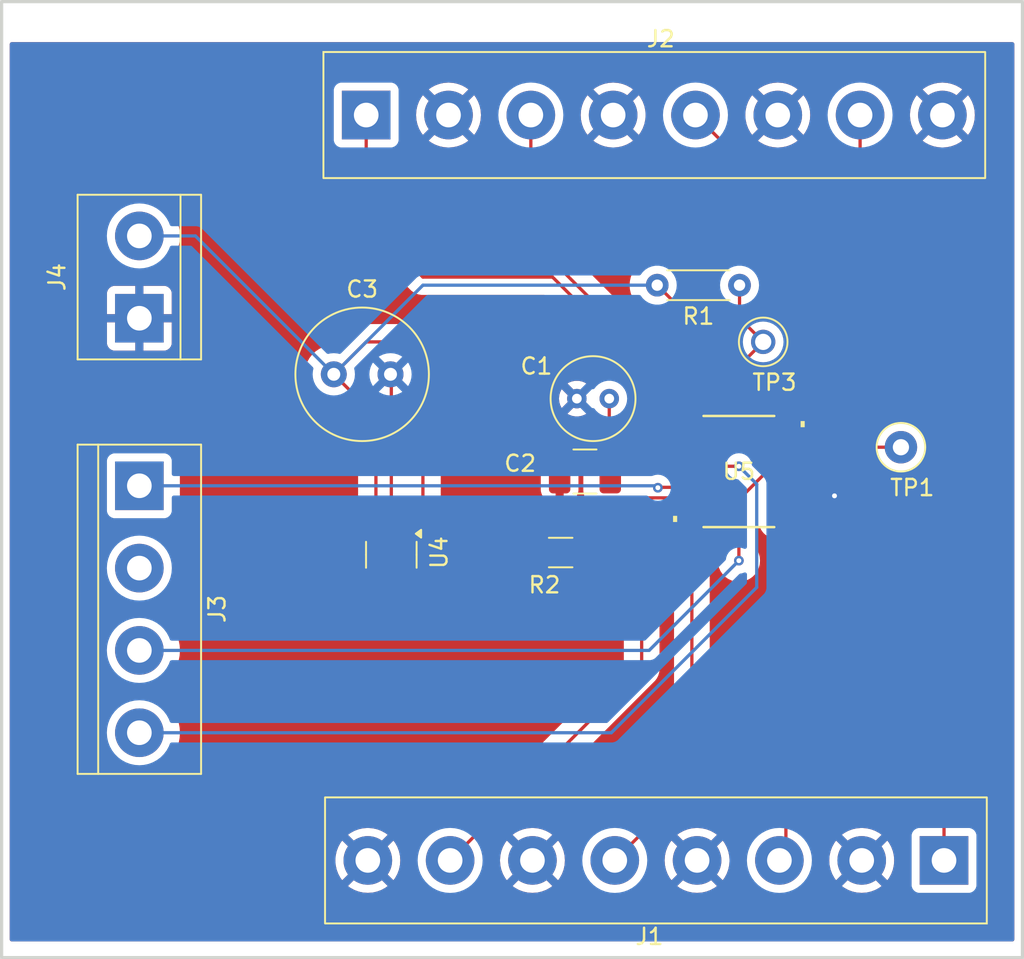
<source format=kicad_pcb>
(kicad_pcb (version 20240108) (generator "pcbnew") (generator_version "8.0")
  (layers (0 "F.Cu" signal) (31 "B.Cu" signal) (34 "B.Paste" user) (35 "F.Paste" user) (36 "B.SilkS" user "B.Silkscreen") (37 "F.SilkS" user "F.Silkscreen") (38 "B.Mask" user) (39 "F.Mask" user) (44 "Edge.Cuts" user))
  (net 0 "")
  (net 1 "GND")
  (net 2 "+5V")
  (net 4 "Net-(J2-Pin_7)")
  (net 5 "Net-(J2-Pin_5)")
  (net 6 "Net-(J2-Pin_1)")
  (net 7 "Net-(J1-Pin_3)")
  (net 8 "Net-(J1-Pin_1)")
  (net 9 "Net-(J1-Pin_5)")
  (net 10 "Net-(U4-OUT)")
  (net 11 "Net-(J1-Pin_7)")
  (net 12 "Net-(J3-Pin_4)")
  (net 13 "Net-(U5-*RESET)")
  (net 14 "Net-(U5-GAIN)")
  (net 15 "Net-(J3-Pin_1)")
  (net 16 "Net-(J2-Pin_3)")
  (net 17 "Net-(J3-Pin_3)")
  (net 18 "Net-(J3-Pin_2)")
  (net 19 "Net-(U5-VREFOUT)")
  (footprint "TerminalBlock:TerminalBlock_bornier-8_P5.08mm" (layer "F.Cu") (at 148.66 137.5 180)
    (property "Reference" "J1" (at 18.18 -4.7 180) (layer "F.SilkS"))
    (property "Value" "Screw_Terminal_01x08")
    (fp_rect (start -2.64 -3.89) (end 38.2 3.89) (stroke (width 0.12)) (fill none) (layer "F.SilkS"))
    (pad "1" thru_hole rect (at 0 0 180) (size 3 3) (drill 1.52) (layers "*.Cu" "*.Mask") (net 8 "Net-(J1-Pin_1)"))
    (pad "2" thru_hole circle (at 5.08 0 180) (size 3 3) (drill 1.52) (layers "*.Cu" "*.Mask") (net 1 "GND"))
    (pad "3" thru_hole circle (at 10.16 0 180) (size 3 3) (drill 1.52) (layers "*.Cu" "*.Mask") (net 7 "Net-(J1-Pin_3)"))
    (pad "4" thru_hole circle (at 15.24 0 180) (size 3 3) (drill 1.52) (layers "*.Cu" "*.Mask") (net 1 "GND"))
    (pad "5" thru_hole circle (at 20.32 0 180) (size 3 3) (drill 1.52) (layers "*.Cu" "*.Mask") (net 9 "Net-(J1-Pin_5)"))
    (pad "6" thru_hole circle (at 25.4 0 180) (size 3 3) (drill 1.52) (layers "*.Cu" "*.Mask") (net 1 "GND"))
    (pad "7" thru_hole circle (at 30.48 0 180) (size 3 3) (drill 1.52) (layers "*.Cu" "*.Mask") (net 11 "Net-(J1-Pin_7)"))
    (pad "8" thru_hole circle (at 35.56 0 180) (size 3 3) (drill 1.52) (layers "*.Cu" "*.Mask") (net 1 "GND"))
  )
  (footprint "TestPoint:TestPoint_Loop_D1.80mm_Drill1.0mm_Beaded" (layer "F.Cu") (at 137.5 105.5)
    (property "Reference" "TP3" (at 0.7 2.5 0) (layer "F.SilkS"))
    (property "Value" "TestPoint_Alt")
    (fp_circle (center 0 0) (end 1.5 0) (stroke (width 0.12)) (fill none) (layer "F.SilkS"))
    (pad "1" thru_hole circle (at 0 0) (size 1.5 1.5) (drill 1) (layers "*.Cu" "*.Mask") (net 13 "Net-(U5-*RESET)"))
  )
  (footprint "Package_TO_SOT_SMD:SOT-23-5" (layer "F.Cu") (at 114.55 118.6375 -90)
    (property "Reference" "U4" (at -0.1375 -2.95 90) (layer "F.SilkS"))
    (property "Value" "TPS7A0533PDBV")
    (fp_line (start 0 1.56) (end -0.8 1.56) (stroke (width 0.12)) (layer "F.SilkS"))
    (fp_line (start 0 1.56) (end 0.8 1.56) (stroke (width 0.12)) (layer "F.SilkS"))
    (fp_line (start 0 -1.56) (end -0.8 -1.56) (stroke (width 0.12)) (layer "F.SilkS"))
    (fp_line (start 0 -1.56) (end 0.8 -1.56) (stroke (width 0.12)) (layer "F.SilkS"))
    (fp_poly (pts (xy -1.3 -1.51) (xy -1.54 -1.84) (xy -1.06 -1.84) (xy -1.3 -1.51)) (stroke (width 0.12)) (fill solid) (layer "F.SilkS"))
    (pad "1" smd roundrect (at -1.1375 -0.95 270) (size 1.325 0.6) (layers "F.Cu" "F.Paste" "F.Mask") (net 2 "+5V"))
    (pad "2" smd roundrect (at -1.1375 0 270) (size 1.325 0.6) (layers "F.Cu" "F.Paste" "F.Mask") (net 1 "GND"))
    (pad "3" smd roundrect (at -1.1375 0.95 270) (size 1.325 0.6) (layers "F.Cu" "F.Paste" "F.Mask") (net 2 "+5V"))
    (pad "4" smd roundrect (at 1.1375 0.95 270) (size 1.325 0.6) (layers "F.Cu" "F.Paste" "F.Mask"))
    (pad "5" smd roundrect (at 1.1375 -0.95 270) (size 1.325 0.6) (layers "F.Cu" "F.Paste" "F.Mask") (net 10 "Net-(U4-OUT)"))
  )
  (footprint "Capacitor_THT:C_Radial_D8.0mm_H7.0mm_P3.50mm" (layer "F.Cu") (at 111 107.5)
    (property "Reference" "C3" (at 1.75 -5.25 0) (layer "F.SilkS"))
    (property "Value" "10uF")
    (fp_circle (center 1.75 0) (end 5.87 0) (stroke (width 0.12)) (fill none) (layer "F.SilkS"))
    (pad "1" thru_hole circle (at 0 0) (size 1.6 1.6) (drill 0.8) (layers "*.Cu" "*.Mask") (net 2 "+5V"))
    (pad "2" thru_hole circle (at 3.5 0) (size 1.6 1.6) (drill 0.8) (layers "*.Cu" "*.Mask") (net 1 "GND"))
  )
  (footprint "TestPoint:TestPoint_Loop_D1.80mm_Drill1.0mm_Beaded" (layer "F.Cu") (at 146 112)
    (property "Reference" "TP1" (at 0.7 2.5 0) (layer "F.SilkS"))
    (property "Value" "TestPoint")
    (fp_circle (center 0 0) (end 1.5 0) (stroke (width 0.12)) (fill none) (layer "F.SilkS"))
    (pad "1" thru_hole circle (at 0 0) (size 2 2) (drill 1) (layers "*.Cu" "*.Mask") (net 19 "Net-(U5-VREFOUT)"))
  )
  (footprint "Resistor_THT:R_Axial_DIN0204_L3.6mm_D1.6mm_P5.08mm_Horizontal" (layer "F.Cu") (at 136.04 102 180)
    (property "Reference" "R1" (at 2.54 -1.92 180) (layer "F.SilkS"))
    (property "Value" "47k")
    (fp_line (start 0.62 0.92) (end 4.46 0.92) (stroke (width 0.12)) (layer "F.SilkS"))
    (fp_line (start 0.62 -0.92) (end 4.46 -0.92) (stroke (width 0.12)) (layer "F.SilkS"))
    (pad "1" thru_hole circle (at 0 0 180) (size 1.4 1.4) (drill 0.7) (layers "*.Cu" "*.Mask") (net 13 "Net-(U5-*RESET)"))
    (pad "2" thru_hole oval (at 5.08 0 180) (size 1.4 1.4) (drill 0.7) (layers "*.Cu" "*.Mask") (net 2 "+5V"))
  )
  (footprint "Capacitor_THT:C_Radial_D5.0mm_H7.0mm_P2.00mm" (layer "F.Cu") (at 128 109 180)
    (property "Reference" "C1" (at 4.5 2 180) (layer "F.SilkS"))
    (property "Value" "10uF")
    (fp_circle (center 1 0) (end 3.62 0) (stroke (width 0.12)) (fill none) (layer "F.SilkS"))
    (pad "1" thru_hole circle (at 0 0 180) (size 1.2 1.2) (drill 0.6) (layers "*.Cu" "*.Mask") (net 10 "Net-(U4-OUT)"))
    (pad "2" thru_hole circle (at 2 0 180) (size 1.2 1.2) (drill 0.6) (layers "*.Cu" "*.Mask") (net 1 "GND"))
  )
  (footprint "TerminalBlock:TerminalBlock_bornier-2_P5.08mm" (layer "F.Cu") (at 99 104.04 90)
    (property "Reference" "J4" (at 2.54 -5.08 -90) (layer "F.SilkS"))
    (property "Value" "Screw_Terminal_01x02")
    (fp_line (start 7.62 -3.81) (end -2.54 -3.81) (stroke (width 0.12)) (layer "F.SilkS"))
    (fp_line (start -2.54 -3.81) (end -2.54 3.81) (stroke (width 0.12)) (layer "F.SilkS"))
    (fp_line (start 7.62 2.54) (end -2.54 2.54) (stroke (width 0.12)) (layer "F.SilkS"))
    (fp_line (start 7.62 3.81) (end 7.62 -3.81) (stroke (width 0.12)) (layer "F.SilkS"))
    (fp_line (start -2.54 3.81) (end 7.62 3.81) (stroke (width 0.12)) (layer "F.SilkS"))
    (pad "1" thru_hole rect (at 0 0 90) (size 3 3) (drill 1.52) (layers "*.Cu" "*.Mask") (net 1 "GND"))
    (pad "2" thru_hole circle (at 5.08 0 90) (size 3 3) (drill 1.52) (layers "*.Cu" "*.Mask") (net 2 "+5V"))
  )
  (footprint "Capacitor_SMD:C_1210_3225Metric_Pad1.33x2.70mm_HandSolder" (layer "F.Cu") (at 126.5 113.5 180)
    (property "Reference" "C2" (at 4 0.5 180) (layer "F.SilkS"))
    (property "Value" "100nF")
    (fp_line (start -0.711252 1.36) (end 0.711252 1.36) (stroke (width 0.12)) (layer "F.SilkS"))
    (fp_line (start -0.711252 -1.36) (end 0.711252 -1.36) (stroke (width 0.12)) (layer "F.SilkS"))
    (pad "1" smd roundrect (at -1.5625 0 180) (size 1.325 2.7) (layers "F.Cu" "F.Paste" "F.Mask") (roundrect_rratio 0.188679) (net 10 "Net-(U4-OUT)"))
    (pad "2" smd roundrect (at 1.5625 0 180) (size 1.325 2.7) (layers "F.Cu" "F.Paste" "F.Mask") (roundrect_rratio 0.188679) (net 1 "GND"))
  )
  (footprint "TerminalBlock:TerminalBlock_bornier-8_P5.08mm" (layer "F.Cu") (at 113 91.5)
    (property "Reference" "J2" (at 18.18 -4.7 0) (layer "F.SilkS"))
    (property "Value" "Screw_Terminal_01x08")
    (fp_rect (start -2.64 -3.89) (end 38.2 3.89) (stroke (width 0.12)) (fill none) (layer "F.SilkS"))
    (pad "1" thru_hole rect (at 0 0) (size 3 3) (drill 1.52) (layers "*.Cu" "*.Mask") (net 6 "Net-(J2-Pin_1)"))
    (pad "2" thru_hole circle (at 5.08 0) (size 3 3) (drill 1.52) (layers "*.Cu" "*.Mask") (net 1 "GND"))
    (pad "3" thru_hole circle (at 10.16 0) (size 3 3) (drill 1.52) (layers "*.Cu" "*.Mask") (net 16 "Net-(J2-Pin_3)"))
    (pad "4" thru_hole circle (at 15.24 0) (size 3 3) (drill 1.52) (layers "*.Cu" "*.Mask") (net 1 "GND"))
    (pad "5" thru_hole circle (at 20.32 0) (size 3 3) (drill 1.52) (layers "*.Cu" "*.Mask") (net 5 "Net-(J2-Pin_5)"))
    (pad "6" thru_hole circle (at 25.4 0) (size 3 3) (drill 1.52) (layers "*.Cu" "*.Mask") (net 1 "GND"))
    (pad "7" thru_hole circle (at 30.48 0) (size 3 3) (drill 1.52) (layers "*.Cu" "*.Mask") (net 4 "Net-(J2-Pin_7)"))
    (pad "8" thru_hole circle (at 35.56 0) (size 3 3) (drill 1.52) (layers "*.Cu" "*.Mask") (net 1 "GND"))
  )
  (footprint "Resistor_SMD:R_1206_3216Metric" (layer "F.Cu") (at 125 118.5)
    (property "Reference" "R2" (at -1 2 0) (layer "F.SilkS"))
    (property "Value" "10k")
    (fp_line (start -0.727064 -0.91) (end 0.727064 -0.91) (stroke (width 0.12)) (layer "F.SilkS"))
    (fp_line (start -0.727064 0.91) (end 0.727064 0.91) (stroke (width 0.12)) (layer "F.SilkS"))
    (pad "1" smd roundrect (at -1.4625 0) (size 1.125 1.75) (layers "F.Cu" "F.Paste" "F.Mask") (roundrect_rratio 0.222222) (net 10 "Net-(U4-OUT)"))
    (pad "2" smd roundrect (at 1.4625 0) (size 1.125 1.75) (layers "F.Cu" "F.Paste" "F.Mask") (roundrect_rratio 0.222222) (net 14 "Net-(U5-GAIN)"))
  )
  (footprint "TerminalBlock:TerminalBlock_bornier-4_P5.08mm" (layer "F.Cu") (at 99 114.38 -90)
    (property "Reference" "J3" (at 7.6 -4.8 90) (layer "F.SilkS"))
    (property "Value" "Screw_Terminal_01x04")
    (fp_line (start -2.54 3.81) (end 17.78 3.81) (stroke (width 0.12)) (layer "F.SilkS"))
    (fp_line (start 17.78 3.81) (end 17.78 -3.81) (stroke (width 0.12)) (layer "F.SilkS"))
    (fp_line (start 17.78 2.54) (end -2.54 2.54) (stroke (width 0.12)) (layer "F.SilkS"))
    (fp_line (start -2.54 -3.81) (end -2.54 3.81) (stroke (width 0.12)) (layer "F.SilkS"))
    (fp_line (start -2.54 -3.81) (end 17.78 -3.81) (stroke (width 0.12)) (layer "F.SilkS"))
    (pad "1" thru_hole rect (at 0 0 270) (size 3 3) (drill 1.52) (layers "*.Cu" "*.Mask") (net 15 "Net-(J3-Pin_1)"))
    (pad "2" thru_hole circle (at 5.08 0 270) (size 3 3) (drill 1.52) (layers "*.Cu" "*.Mask") (net 18 "Net-(J3-Pin_2)"))
    (pad "3" thru_hole circle (at 10.16 0 270) (size 3 3) (drill 1.52) (layers "*.Cu" "*.Mask") (net 17 "Net-(J3-Pin_3)"))
    (pad "4" thru_hole circle (at 15.24 0 270) (size 3 3) (drill 1.52) (layers "*.Cu" "*.Mask") (net 12 "Net-(J3-Pin_4)"))
  )
  (footprint "Audio_Module:AD5672RBRUZ_ADI" (layer "F.Cu") (at 136 113.5)
    (property "Reference" "U5" (at 0 0 0) (layer "F.SilkS"))
    (property "Value" "AD5672RBRUZ")
    (fp_line (start -2.182263 3.429) (end 2.18225 3.429) (stroke (width 0.1524)) (layer "F.SilkS"))
    (fp_line (start 2.182263 -3.429) (end -2.18225 -3.429) (stroke (width 0.1524)) (layer "F.SilkS"))
    (fp_poly (pts (xy -4.063601 2.734498) (xy -4.063601 3.115498) (xy -3.809601 3.115498) (xy -3.809601 2.734498)) (fill solid) (layer "F.SilkS"))
    (fp_poly (pts (xy 4.063601 -3.115498) (xy 4.063601 -2.734498) (xy 3.809601 -2.734498) (xy 3.809601 -3.115498)) (fill solid) (layer "F.SilkS"))
    (pad "1" smd rect (at -2.901749 -2.925) (size 1.3077 0.3556) (layers "F.Cu" "F.Paste" "F.Mask") (net 16 "Net-(J2-Pin_3)"))
    (pad "2" smd rect (at -2.901749 -2.274999) (size 1.3077 0.3556) (layers "F.Cu" "F.Paste" "F.Mask") (net 6 "Net-(J2-Pin_1)"))
    (pad "3" smd rect (at -2.901749 -1.625001) (size 1.3077 0.3556) (layers "F.Cu" "F.Paste" "F.Mask") (net 10 "Net-(U4-OUT)"))
    (pad "4" smd rect (at -2.901749 -0.974999) (size 1.3077 0.3556) (layers "F.Cu" "F.Paste" "F.Mask") (net 2 "+5V"))
    (pad "5" smd rect (at -2.901749 -0.325001) (size 1.3077 0.3556) (layers "F.Cu" "F.Paste" "F.Mask") (net 12 "Net-(J3-Pin_4)"))
    (pad "6" smd rect (at -2.901749 0.324998) (size 1.3077 0.3556) (layers "F.Cu" "F.Paste" "F.Mask") (net 18 "Net-(J3-Pin_2)"))
    (pad "7" smd rect (at -2.901749 0.974999) (size 1.3077 0.3556) (layers "F.Cu" "F.Paste" "F.Mask") (net 15 "Net-(J3-Pin_1)"))
    (pad "8" smd rect (at -2.901749 1.624998) (size 1.3077 0.3556) (layers "F.Cu" "F.Paste" "F.Mask") (net 14 "Net-(U5-GAIN)"))
    (pad "9" smd rect (at -2.901749 2.274999) (size 1.3077 0.3556) (layers "F.Cu" "F.Paste" "F.Mask") (net 11 "Net-(J1-Pin_7)"))
    (pad "10" smd rect (at -2.901749 2.924998) (size 1.3077 0.3556) (layers "F.Cu" "F.Paste" "F.Mask") (net 9 "Net-(J1-Pin_5)"))
    (pad "11" smd rect (at 2.901749 2.925) (size 1.3077 0.3556) (layers "F.Cu" "F.Paste" "F.Mask") (net 7 "Net-(J1-Pin_3)"))
    (pad "12" smd rect (at 2.901749 2.275002) (size 1.3077 0.3556) (layers "F.Cu" "F.Paste" "F.Mask") (net 8 "Net-(J1-Pin_1)"))
    (pad "13" smd rect (at 2.901749 1.625001) (size 1.3077 0.3556) (layers "F.Cu" "F.Paste" "F.Mask") (net 1 "GND"))
    (pad "14" smd rect (at 2.901749 0.975002) (size 1.3077 0.3556) (layers "F.Cu" "F.Paste" "F.Mask") (net 1 "GND"))
    (pad "15" smd rect (at 2.901749 0.325001) (size 1.3077 0.3556) (layers "F.Cu" "F.Paste" "F.Mask") (net 1 "GND"))
    (pad "16" smd rect (at 2.901749 -0.324998) (size 1.3077 0.3556) (layers "F.Cu" "F.Paste" "F.Mask") (net 17 "Net-(J3-Pin_3)"))
    (pad "17" smd rect (at 2.901749 -0.974999) (size 1.3077 0.3556) (layers "F.Cu" "F.Paste" "F.Mask") (net 13 "Net-(U5-*RESET)"))
    (pad "18" smd rect (at 2.901749 -1.624998) (size 1.3077 0.3556) (layers "F.Cu" "F.Paste" "F.Mask") (net 19 "Net-(U5-VREFOUT)"))
    (pad "19" smd rect (at 2.901749 -2.274999) (size 1.3077 0.3556) (layers "F.Cu" "F.Paste" "F.Mask") (net 4 "Net-(J2-Pin_7)"))
    (pad "20" smd rect (at 2.901749 -2.924998) (size 1.3077 0.3556) (layers "F.Cu" "F.Paste" "F.Mask") (net 5 "Net-(J2-Pin_5)"))
  )
  (gr_line (start 153.5 143.5) (end 90.5 143.5) (stroke (width 0.2)) (layer "Edge.Cuts"))
  (gr_line (start 153.5 84.5) (end 153.5 143.5) (stroke (width 0.2)) (layer "Edge.Cuts"))
  (gr_line (start 90.5 143.5) (end 90.5 84.5) (stroke (width 0.2)) (layer "Edge.Cuts"))
  (gr_line (start 90.5 84.5) (end 153.5 84.5) (stroke (width 0.2)) (layer "Edge.Cuts"))
  (segment (start 124.9375 110.0625) (end 126 109) (width 0.2) (layer "F.Cu") (net 1))
  (segment (start 141.9 115) (end 141.375002 114.475002) (width 0.2) (layer "F.Cu") (net 1))
  (segment (start 115 108) (end 114.5 107.5) (width 0.2) (layer "F.Cu") (net 1))
  (segment (start 140.725001 113.825001) (end 141.9 115) (width 0.2) (layer "F.Cu") (net 1))
  (segment (start 138.901749 113.825001) (end 140.725001 113.825001) (width 0.2) (layer "F.Cu") (net 1))
  (segment (start 114.55 117.5) (end 114.55 107.55) (width 0.2) (layer "F.Cu") (net 1))
  (segment (start 138.901749 115.125001) (end 141.774999 115.125001) (width 0.2) (layer "F.Cu") (net 1))
  (segment (start 141.774999 115.125001) (end 141.9 115) (width 0.2) (layer "F.Cu") (net 1))
  (segment (start 124.9375 113.5) (end 124.9375 110.0625) (width 0.2) (layer "F.Cu") (net 1))
  (segment (start 114.55 107.55) (end 114.5 107.5) (width 0.2) (layer "F.Cu") (net 1))
  (segment (start 141.375002 114.475002) (end 138.901749 114.475002) (width 0.2) (layer "F.Cu") (net 1))
  (via (at 141.9 115) (size 0.6) (drill 0.3) (layers "F.Cu" "B.Cu") (net 1))
  (segment (start 133.879899 112.525001) (end 133.098251 112.525001) (width 0.2) (layer "F.Cu") (net 2))
  (segment (start 113 105.5) (end 115 105.5) (width 0.2) (layer "F.Cu") (net 2))
  (segment (start 113.6 110.1) (end 113.6 117.5) (width 0.2) (layer "F.Cu") (net 2))
  (segment (start 135 106.04) (end 135 111.4049) (width 0.2) (layer "F.Cu") (net 2))
  (segment (start 111 107.5) (end 113.6 110.1) (width 0.2) (layer "F.Cu") (net 2))
  (segment (start 111 107.5) (end 113 105.5) (width 0.2) (layer "F.Cu") (net 2))
  (segment (start 130.96 102) (end 135 106.04) (width 0.2) (layer "F.Cu") (net 2))
  (segment (start 116.5 116.5) (end 115.5 117.5) (width 0.2) (layer "F.Cu") (net 2))
  (segment (start 115 105.5) (end 116.5 107) (width 0.2) (layer "F.Cu") (net 2))
  (segment (start 116.5 107) (end 116.5 116.5) (width 0.2) (layer "F.Cu") (net 2))
  (segment (start 135 111.4049) (end 133.879899 112.525001) (width 0.2) (layer "F.Cu") (net 2))
  (segment (start 130.96 102) (end 116.5 102) (width 0.2) (layer "B.Cu") (net 2))
  (segment (start 99 98.96) (end 102.46 98.96) (width 0.2) (layer "B.Cu") (net 2))
  (segment (start 116.5 102) (end 111 107.5) (width 0.2) (layer "B.Cu") (net 2))
  (segment (start 102.46 98.96) (end 111 107.5) (width 0.2) (layer "B.Cu") (net 2))
  (segment (start 143.48 107.5006) (end 139.755599 111.225001) (width 0.2) (layer "F.Cu") (net 4))
  (segment (start 143.48 91.5) (end 143.48 107.5006) (width 0.2) (layer "F.Cu") (net 4))
  (segment (start 139.755599 111.225001) (end 138.901749 111.225001) (width 0.2) (layer "F.Cu") (net 4))
  (segment (start 138.901749 110.575002) (end 138.924998 110.575002) (width 0.2) (layer "F.Cu") (net 5))
  (segment (start 141 99.18) (end 133.32 91.5) (width 0.2) (layer "F.Cu") (net 5))
  (segment (start 138.924998 110.575002) (end 141 108.5) (width 0.2) (layer "F.Cu") (net 5))
  (segment (start 141 108.5) (end 141 99.18) (width 0.2) (layer "F.Cu") (net 5))
  (segment (start 113 91.5) (end 113 98) (width 0.2) (layer "F.Cu") (net 6))
  (segment (start 130.5 110.5) (end 131.225001 111.225001) (width 0.2) (layer "F.Cu") (net 6))
  (segment (start 130.5 107.5) (end 130.5 110.5) (width 0.2) (layer "F.Cu") (net 6))
  (segment (start 131.225001 111.225001) (end 133.098251 111.225001) (width 0.2) (layer "F.Cu") (net 6))
  (segment (start 113 98) (end 116.5 101.5) (width 0.2) (layer "F.Cu") (net 6))
  (segment (start 116.5 101.5) (end 124.5 101.5) (width 0.2) (layer "F.Cu") (net 6))
  (segment (start 124.5 101.5) (end 130.5 107.5) (width 0.2) (layer "F.Cu") (net 6))
  (segment (start 138.901749 137.098251) (end 138.5 137.5) (width 0.2) (layer "F.Cu") (net 7))
  (segment (start 138.901749 116.425) (end 138.901749 137.098251) (width 0.2) (layer "F.Cu") (net 7))
  (segment (start 148.66 124.679403) (end 148.66 137.5) (width 0.2) (layer "F.Cu") (net 8))
  (segment (start 138.901749 115.775002) (end 139.755599 115.775002) (width 0.2) (layer "F.Cu") (net 8))
  (segment (start 139.755599 115.775002) (end 148.66 124.679403) (width 0.2) (layer "F.Cu") (net 8))
  (segment (start 133.098251 116.424998) (end 133.098251 132.741749) (width 0.2) (layer "F.Cu") (net 9))
  (segment (start 133.098251 132.741749) (end 128.34 137.5) (width 0.2) (layer "F.Cu") (net 9))
  (segment (start 123.5375 118.5) (end 122.2625 119.775) (width 0.2) (layer "F.Cu") (net 10))
  (segment (start 122.2625 119.775) (end 115.5 119.775) (width 0.2) (layer "F.Cu") (net 10))
  (segment (start 129.687501 111.874999) (end 133.098251 111.874999) (width 0.2) (layer "F.Cu") (net 10))
  (segment (start 128 110.187498) (end 129.687501 111.874999) (width 0.2) (layer "F.Cu") (net 10))
  (segment (start 128 109) (end 128 110.187498) (width 0.2) (layer "F.Cu") (net 10))
  (segment (start 128.0625 113.5) (end 129.687501 111.874999) (width 0.2) (layer "F.Cu") (net 10))
  (segment (start 132.244401 115.774999) (end 130 118.0194) (width 0.2) (layer "F.Cu") (net 11))
  (segment (start 130 118.0194) (end 130 125.68) (width 0.2) (layer "F.Cu") (net 11))
  (segment (start 130 125.68) (end 118.18 137.5) (width 0.2) (layer "F.Cu") (net 11))
  (segment (start 133.098251 115.774999) (end 132.244401 115.774999) (width 0.2) (layer "F.Cu") (net 11))
  (segment (start 136 113.174999) (end 133.098251 113.174999) (width 0.2) (layer "F.Cu") (net 12))
  (via (at 136 113.174999) (size 0.6) (drill 0.3) (layers "F.Cu" "B.Cu") (net 12))
  (segment (start 137.1 120.648529) (end 137.1 114.274999) (width 0.2) (layer "B.Cu") (net 12))
  (segment (start 137.1 114.274999) (end 136 113.174999) (width 0.2) (layer "B.Cu") (net 12))
  (segment (start 99 129.62) (end 128.128529 129.62) (width 0.2) (layer "B.Cu") (net 12))
  (segment (start 128.128529 129.62) (end 137.1 120.648529) (width 0.2) (layer "B.Cu") (net 12))
  (segment (start 138.120098 112.525001) (end 138.901749 112.525001) (width 0.2) (layer "F.Cu") (net 13))
  (segment (start 136.04 110.444903) (end 138.120098 112.525001) (width 0.2) (layer "F.Cu") (net 13))
  (segment (start 136.04 104.04) (end 136.04 102) (width 0.2) (layer "F.Cu") (net 13))
  (segment (start 136.04 107) (end 136.04 110.444903) (width 0.2) (layer "F.Cu") (net 13))
  (segment (start 136.04 106.96) (end 136.04 107) (width 0.2) (layer "F.Cu") (net 13))
  (segment (start 137.5 105.5) (end 136.04 106.96) (width 0.2) (layer "F.Cu") (net 13))
  (segment (start 137.5 105.5) (end 136.04 104.04) (width 0.2) (layer "F.Cu") (net 13))
  (segment (start 133.098251 115.124998) (end 129.837502 115.124998) (width 0.2) (layer "F.Cu") (net 14))
  (segment (start 129.837502 115.124998) (end 126.4625 118.5) (width 0.2) (layer "F.Cu") (net 14))
  (segment (start 131.025001 114.474999) (end 133.098251 114.474999) (width 0.2) (layer "F.Cu") (net 15))
  (segment (start 131 114.5) (end 131.025001 114.474999) (width 0.2) (layer "F.Cu") (net 15))
  (via (at 131 114.5) (size 0.6) (drill 0.3) (layers "F.Cu" "B.Cu") (net 15))
  (segment (start 99 114.38) (end 130.88 114.38) (width 0.2) (layer "B.Cu") (net 15))
  (segment (start 130.88 114.38) (end 131 114.5) (width 0.2) (layer "B.Cu") (net 15))
  (segment (start 133.098251 110.575) (end 133.098251 109.098251) (width 0.2) (layer "F.Cu") (net 16))
  (segment (start 123.16 99.16) (end 123.16 91.5) (width 0.2) (layer "F.Cu") (net 16))
  (segment (start 133.098251 109.098251) (end 123.16 99.16) (width 0.2) (layer "F.Cu") (net 16))
  (segment (start 136 119) (end 136 115.222901) (width 0.2) (layer "F.Cu") (net 17))
  (segment (start 136 115.222901) (end 138.047899 113.175002) (width 0.2) (layer "F.Cu") (net 17))
  (segment (start 138.047899 113.175002) (end 138.901749 113.175002) (width 0.2) (layer "F.Cu") (net 17))
  (via (at 136 119) (size 0.6) (drill 0.3) (layers "F.Cu" "B.Cu") (net 17))
  (segment (start 130.46 124.54) (end 136 119) (width 0.2) (layer "B.Cu") (net 17))
  (segment (start 99 124.54) (end 130.46 124.54) (width 0.2) (layer "B.Cu") (net 17))
  (segment (start 146 112) (end 139.026747 112) (width 0.2) (layer "F.Cu") (net 19))
  (segment (start 139.026747 112) (end 138.901749 111.875002) (width 0.2) (layer "F.Cu") (net 19))
  (zone (net 1) (net_name "GND") (layer "F.Cu") (priority 1) (connect_pads (clearance 1)) (min_thickness 0.25) (fill yes (thermal_gap 0.5) (thermal_bridge_width 0.5))
    (polygon (pts (xy 153 142.5) (xy 91 142.5) (xy 91 87) (xy 153 87)))
    (polygon (pts (xy 113.5 108) (xy 114 116) (xy 116 116) (xy 116 108)))
  )
  (zone (net 1) (net_name "GND") (layer "B.Cu") (connect_pads (clearance 0.5)) (min_thickness 0.25) (fill yes (thermal_gap 0.5) (thermal_bridge_width 0.5) (island_removal_mode 1) (island_area_min 10))
    (polygon (pts (xy 91 87) (xy 153 87) (xy 153 142.5) (xy 91 142.5)))
  )
)
</source>
